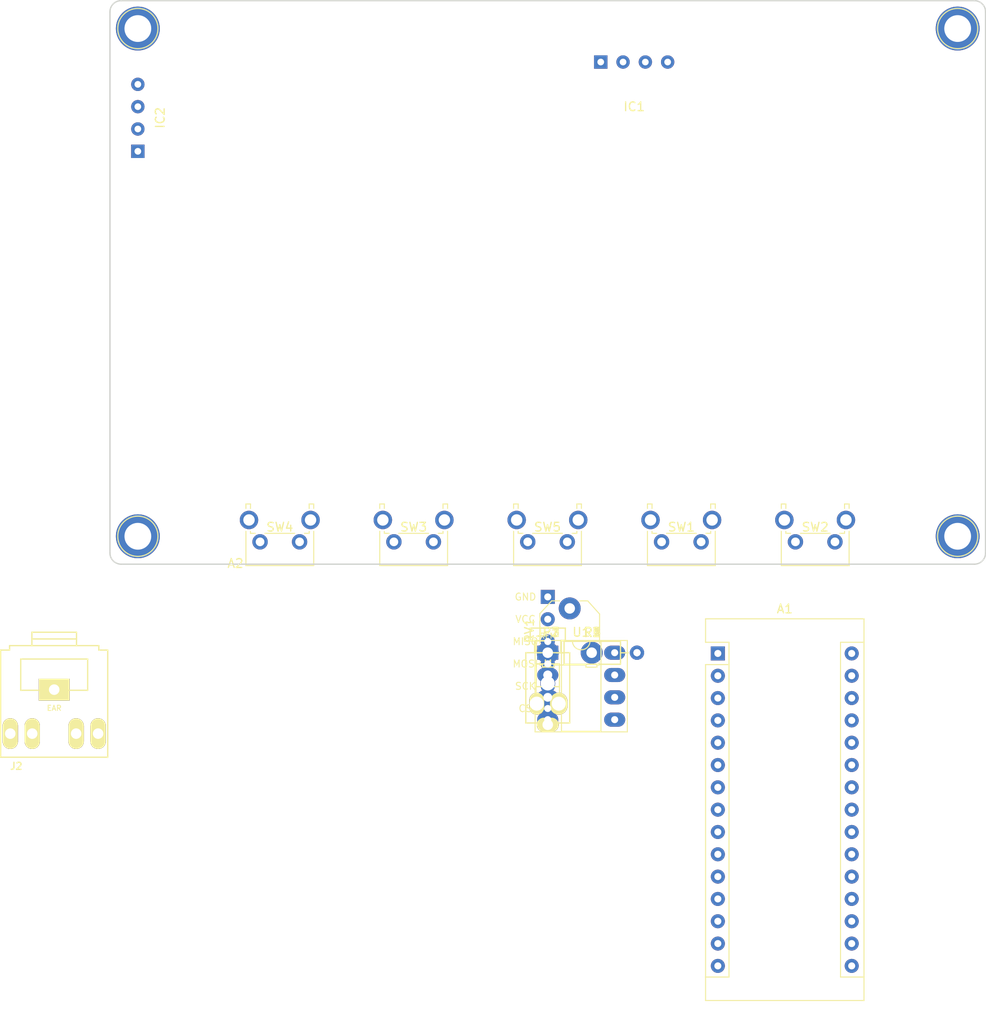
<source format=kicad_pcb>
(kicad_pcb (version 4) (host pcbnew 4.0.7)

  (general
    (links 44)
    (no_connects 43)
    (area 70.409999 78.029999 170.255001 142.315001)
    (thickness 1.6)
    (drawings 8)
    (tracks 0)
    (zones 0)
    (modules 25)
    (nets 23)
  )

  (page A4)
  (layers
    (0 F.Cu signal)
    (31 B.Cu signal)
    (32 B.Adhes user)
    (33 F.Adhes user)
    (34 B.Paste user)
    (35 F.Paste user)
    (36 B.SilkS user)
    (37 F.SilkS user)
    (38 B.Mask user)
    (39 F.Mask user)
    (40 Dwgs.User user)
    (41 Cmts.User user)
    (42 Eco1.User user)
    (43 Eco2.User user)
    (44 Edge.Cuts user)
    (45 Margin user)
    (46 B.CrtYd user)
    (47 F.CrtYd user)
    (48 B.Fab user)
    (49 F.Fab user)
  )

  (setup
    (last_trace_width 0.25)
    (trace_clearance 0.2)
    (zone_clearance 0.508)
    (zone_45_only no)
    (trace_min 0.2)
    (segment_width 0.2)
    (edge_width 0.15)
    (via_size 0.6)
    (via_drill 0.4)
    (via_min_size 0.4)
    (via_min_drill 0.3)
    (uvia_size 0.3)
    (uvia_drill 0.1)
    (uvias_allowed no)
    (uvia_min_size 0.2)
    (uvia_min_drill 0.1)
    (pcb_text_width 0.3)
    (pcb_text_size 1.5 1.5)
    (mod_edge_width 0.15)
    (mod_text_size 1 1)
    (mod_text_width 0.15)
    (pad_size 1.524 1.524)
    (pad_drill 0.762)
    (pad_to_mask_clearance 0.2)
    (aux_axis_origin 0 0)
    (visible_elements 7FFFFFFF)
    (pcbplotparams
      (layerselection 0x00030_80000001)
      (usegerberextensions false)
      (excludeedgelayer true)
      (linewidth 0.100000)
      (plotframeref false)
      (viasonmask false)
      (mode 1)
      (useauxorigin false)
      (hpglpennumber 1)
      (hpglpenspeed 20)
      (hpglpendiameter 15)
      (hpglpenoverlay 2)
      (psnegative false)
      (psa4output false)
      (plotreference true)
      (plotvalue true)
      (plotinvisibletext false)
      (padsonsilk false)
      (subtractmaskfromsilk false)
      (outputformat 1)
      (mirror false)
      (drillshape 1)
      (scaleselection 1)
      (outputdirectory ""))
  )

  (net 0 "")
  (net 1 /UP)
  (net 2 /DOWN)
  (net 3 /STOP)
  (net 4 /PLAY)
  (net 5 /ROOT)
  (net 6 GND)
  (net 7 +3V3)
  (net 8 /SDA)
  (net 9 /SCL)
  (net 10 +5V)
  (net 11 /SOUND)
  (net 12 "Net-(JP1-Pad2)")
  (net 13 "Net-(C1-Pad2)")
  (net 14 "Net-(C3-Pad1)")
  (net 15 "Net-(C4-Pad1)")
  (net 16 "Net-(RV1-Pad1)")
  (net 17 /REM)
  (net 18 /CS)
  (net 19 /MOSI)
  (net 20 /MISO)
  (net 21 /SCK)
  (net 22 "Net-(J2-Pad5)")

  (net_class Default "This is the default net class."
    (clearance 0.2)
    (trace_width 0.25)
    (via_dia 0.6)
    (via_drill 0.4)
    (uvia_dia 0.3)
    (uvia_drill 0.1)
    (add_net +3V3)
    (add_net +5V)
    (add_net /CS)
    (add_net /DOWN)
    (add_net /MISO)
    (add_net /MOSI)
    (add_net /PLAY)
    (add_net /REM)
    (add_net /ROOT)
    (add_net /SCK)
    (add_net /SCL)
    (add_net /SDA)
    (add_net /SOUND)
    (add_net /STOP)
    (add_net /UP)
    (add_net GND)
    (add_net "Net-(C1-Pad2)")
    (add_net "Net-(C3-Pad1)")
    (add_net "Net-(C4-Pad1)")
    (add_net "Net-(J2-Pad5)")
    (add_net "Net-(JP1-Pad2)")
    (add_net "Net-(RV1-Pad1)")
  )

  (module Modules:Arduino_Nano (layer F.Cu) (tedit 58ACAF70) (tstamp 5E3B67AE)
    (at 139.7 152.4)
    (descr "Arduino Nano, http://www.mouser.com/pdfdocs/Gravitech_Arduino_Nano3_0.pdf")
    (tags "Arduino Nano")
    (path /5E3B6403)
    (fp_text reference A1 (at 7.62 -5.08) (layer F.SilkS)
      (effects (font (size 1 1) (thickness 0.15)))
    )
    (fp_text value Arduino_Nano_v3.x (at 8.89 19.05 90) (layer F.Fab)
      (effects (font (size 1 1) (thickness 0.15)))
    )
    (fp_text user %R (at 6.35 19.05 90) (layer F.Fab)
      (effects (font (size 1 1) (thickness 0.15)))
    )
    (fp_line (start 1.27 1.27) (end 1.27 -1.27) (layer F.SilkS) (width 0.12))
    (fp_line (start 1.27 -1.27) (end -1.4 -1.27) (layer F.SilkS) (width 0.12))
    (fp_line (start -1.4 1.27) (end -1.4 39.5) (layer F.SilkS) (width 0.12))
    (fp_line (start -1.4 -3.94) (end -1.4 -1.27) (layer F.SilkS) (width 0.12))
    (fp_line (start 13.97 -1.27) (end 16.64 -1.27) (layer F.SilkS) (width 0.12))
    (fp_line (start 13.97 -1.27) (end 13.97 36.83) (layer F.SilkS) (width 0.12))
    (fp_line (start 13.97 36.83) (end 16.64 36.83) (layer F.SilkS) (width 0.12))
    (fp_line (start 1.27 1.27) (end -1.4 1.27) (layer F.SilkS) (width 0.12))
    (fp_line (start 1.27 1.27) (end 1.27 36.83) (layer F.SilkS) (width 0.12))
    (fp_line (start 1.27 36.83) (end -1.4 36.83) (layer F.SilkS) (width 0.12))
    (fp_line (start 3.81 31.75) (end 11.43 31.75) (layer F.Fab) (width 0.1))
    (fp_line (start 11.43 31.75) (end 11.43 41.91) (layer F.Fab) (width 0.1))
    (fp_line (start 11.43 41.91) (end 3.81 41.91) (layer F.Fab) (width 0.1))
    (fp_line (start 3.81 41.91) (end 3.81 31.75) (layer F.Fab) (width 0.1))
    (fp_line (start -1.4 39.5) (end 16.64 39.5) (layer F.SilkS) (width 0.12))
    (fp_line (start 16.64 39.5) (end 16.64 -3.94) (layer F.SilkS) (width 0.12))
    (fp_line (start 16.64 -3.94) (end -1.4 -3.94) (layer F.SilkS) (width 0.12))
    (fp_line (start 16.51 39.37) (end -1.27 39.37) (layer F.Fab) (width 0.1))
    (fp_line (start -1.27 39.37) (end -1.27 -2.54) (layer F.Fab) (width 0.1))
    (fp_line (start -1.27 -2.54) (end 0 -3.81) (layer F.Fab) (width 0.1))
    (fp_line (start 0 -3.81) (end 16.51 -3.81) (layer F.Fab) (width 0.1))
    (fp_line (start 16.51 -3.81) (end 16.51 39.37) (layer F.Fab) (width 0.1))
    (fp_line (start -1.53 -4.06) (end 16.75 -4.06) (layer F.CrtYd) (width 0.05))
    (fp_line (start -1.53 -4.06) (end -1.53 42.16) (layer F.CrtYd) (width 0.05))
    (fp_line (start 16.75 42.16) (end 16.75 -4.06) (layer F.CrtYd) (width 0.05))
    (fp_line (start 16.75 42.16) (end -1.53 42.16) (layer F.CrtYd) (width 0.05))
    (pad 1 thru_hole rect (at 0 0) (size 1.6 1.6) (drill 0.8) (layers *.Cu *.Mask))
    (pad 17 thru_hole oval (at 15.24 33.02) (size 1.6 1.6) (drill 0.8) (layers *.Cu *.Mask)
      (net 7 +3V3))
    (pad 2 thru_hole oval (at 0 2.54) (size 1.6 1.6) (drill 0.8) (layers *.Cu *.Mask))
    (pad 18 thru_hole oval (at 15.24 30.48) (size 1.6 1.6) (drill 0.8) (layers *.Cu *.Mask))
    (pad 3 thru_hole oval (at 0 5.08) (size 1.6 1.6) (drill 0.8) (layers *.Cu *.Mask))
    (pad 19 thru_hole oval (at 15.24 27.94) (size 1.6 1.6) (drill 0.8) (layers *.Cu *.Mask)
      (net 1 /UP))
    (pad 4 thru_hole oval (at 0 7.62) (size 1.6 1.6) (drill 0.8) (layers *.Cu *.Mask)
      (net 6 GND))
    (pad 20 thru_hole oval (at 15.24 25.4) (size 1.6 1.6) (drill 0.8) (layers *.Cu *.Mask)
      (net 2 /DOWN))
    (pad 5 thru_hole oval (at 0 10.16) (size 1.6 1.6) (drill 0.8) (layers *.Cu *.Mask))
    (pad 21 thru_hole oval (at 15.24 22.86) (size 1.6 1.6) (drill 0.8) (layers *.Cu *.Mask)
      (net 3 /STOP))
    (pad 6 thru_hole oval (at 0 12.7) (size 1.6 1.6) (drill 0.8) (layers *.Cu *.Mask))
    (pad 22 thru_hole oval (at 15.24 20.32) (size 1.6 1.6) (drill 0.8) (layers *.Cu *.Mask)
      (net 4 /PLAY))
    (pad 7 thru_hole oval (at 0 15.24) (size 1.6 1.6) (drill 0.8) (layers *.Cu *.Mask))
    (pad 23 thru_hole oval (at 15.24 17.78) (size 1.6 1.6) (drill 0.8) (layers *.Cu *.Mask)
      (net 8 /SDA))
    (pad 8 thru_hole oval (at 0 17.78) (size 1.6 1.6) (drill 0.8) (layers *.Cu *.Mask))
    (pad 24 thru_hole oval (at 15.24 15.24) (size 1.6 1.6) (drill 0.8) (layers *.Cu *.Mask)
      (net 9 /SCL))
    (pad 9 thru_hole oval (at 0 20.32) (size 1.6 1.6) (drill 0.8) (layers *.Cu *.Mask)
      (net 17 /REM))
    (pad 25 thru_hole oval (at 15.24 12.7) (size 1.6 1.6) (drill 0.8) (layers *.Cu *.Mask))
    (pad 10 thru_hole oval (at 0 22.86) (size 1.6 1.6) (drill 0.8) (layers *.Cu *.Mask)
      (net 5 /ROOT))
    (pad 26 thru_hole oval (at 15.24 10.16) (size 1.6 1.6) (drill 0.8) (layers *.Cu *.Mask))
    (pad 11 thru_hole oval (at 0 25.4) (size 1.6 1.6) (drill 0.8) (layers *.Cu *.Mask))
    (pad 27 thru_hole oval (at 15.24 7.62) (size 1.6 1.6) (drill 0.8) (layers *.Cu *.Mask)
      (net 10 +5V))
    (pad 12 thru_hole oval (at 0 27.94) (size 1.6 1.6) (drill 0.8) (layers *.Cu *.Mask)
      (net 11 /SOUND))
    (pad 28 thru_hole oval (at 15.24 5.08) (size 1.6 1.6) (drill 0.8) (layers *.Cu *.Mask))
    (pad 13 thru_hole oval (at 0 30.48) (size 1.6 1.6) (drill 0.8) (layers *.Cu *.Mask)
      (net 18 /CS))
    (pad 29 thru_hole oval (at 15.24 2.54) (size 1.6 1.6) (drill 0.8) (layers *.Cu *.Mask)
      (net 6 GND))
    (pad 14 thru_hole oval (at 0 33.02) (size 1.6 1.6) (drill 0.8) (layers *.Cu *.Mask)
      (net 19 /MOSI))
    (pad 30 thru_hole oval (at 15.24 0) (size 1.6 1.6) (drill 0.8) (layers *.Cu *.Mask))
    (pad 15 thru_hole oval (at 0 35.56) (size 1.6 1.6) (drill 0.8) (layers *.Cu *.Mask)
      (net 20 /MISO))
    (pad 16 thru_hole oval (at 15.24 35.56) (size 1.6 1.6) (drill 0.8) (layers *.Cu *.Mask)
      (net 21 /SCK))
  )

  (module Buttons_Switches_THT:SW_Tactile_SPST_Angled_PTS645Vx39-2LFS (layer F.Cu) (tedit 592CADEA) (tstamp 5E3B67B6)
    (at 137.795 139.7 180)
    (descr "tactile switch SPST right angle, PTS645VL39-2 LFS")
    (tags "tactile switch SPST angled PTS645VL39-2 LFS C&K Button")
    (path /5E3B6481)
    (fp_text reference SW1 (at 2.25 1.68 180) (layer F.SilkS)
      (effects (font (size 1 1) (thickness 0.15)))
    )
    (fp_text value UP (at 2.25 5.38988 180) (layer F.Fab)
      (effects (font (size 1 1) (thickness 0.15)))
    )
    (fp_line (start 0.5 -3.85) (end 0.5 -2.59) (layer F.Fab) (width 0.1))
    (fp_line (start 4 -3.85) (end 4 -2.59) (layer F.Fab) (width 0.1))
    (fp_line (start 0.5 -3.85) (end 4 -3.85) (layer F.Fab) (width 0.1))
    (fp_text user %R (at 2.25 1.68 180) (layer F.Fab)
      (effects (font (size 1 1) (thickness 0.15)))
    )
    (fp_line (start -1.09 0.97) (end -1.09 1.2) (layer F.SilkS) (width 0.12))
    (fp_line (start 5.7 4.2) (end 5.7 0.86) (layer F.Fab) (width 0.1))
    (fp_line (start -1.5 4.2) (end -1.2 4.2) (layer F.Fab) (width 0.1))
    (fp_line (start -1.2 0.86) (end 5.7 0.86) (layer F.Fab) (width 0.1))
    (fp_line (start 6 4.2) (end 6 -2.59) (layer F.Fab) (width 0.1))
    (fp_line (start -2.5 -2.8) (end 7.05 -2.8) (layer F.CrtYd) (width 0.05))
    (fp_line (start 7.05 -2.8) (end 7.05 4.45) (layer F.CrtYd) (width 0.05))
    (fp_line (start 7.05 4.45) (end -2.5 4.45) (layer F.CrtYd) (width 0.05))
    (fp_line (start -2.5 4.45) (end -2.5 -2.8) (layer F.CrtYd) (width 0.05))
    (fp_line (start -1.61 -2.7) (end 6.11 -2.7) (layer F.SilkS) (width 0.12))
    (fp_line (start 6.11 -2.7) (end 6.11 1.2) (layer F.SilkS) (width 0.12))
    (fp_line (start -1.61 4.31) (end -1.09 4.31) (layer F.SilkS) (width 0.12))
    (fp_line (start -1.61 -2.7) (end -1.61 1.2) (layer F.SilkS) (width 0.12))
    (fp_line (start -1.5 -2.59) (end 6 -2.59) (layer F.Fab) (width 0.1))
    (fp_line (start -1.5 4.2) (end -1.5 -2.59) (layer F.Fab) (width 0.1))
    (fp_line (start 5.7 4.2) (end 6 4.2) (layer F.Fab) (width 0.1))
    (fp_line (start -1.2 4.2) (end -1.2 0.86) (layer F.Fab) (width 0.1))
    (fp_line (start 5.59 0.97) (end 5.59 1.2) (layer F.SilkS) (width 0.12))
    (fp_line (start -1.09 3.8) (end -1.09 4.31) (layer F.SilkS) (width 0.12))
    (fp_line (start -1.61 3.8) (end -1.61 4.31) (layer F.SilkS) (width 0.12))
    (fp_line (start 5.05 0.97) (end 5.59 0.97) (layer F.SilkS) (width 0.12))
    (fp_line (start 5.59 3.8) (end 5.59 4.31) (layer F.SilkS) (width 0.12))
    (fp_line (start 5.59 4.31) (end 6.11 4.31) (layer F.SilkS) (width 0.12))
    (fp_line (start 6.11 3.8) (end 6.11 4.31) (layer F.SilkS) (width 0.12))
    (fp_line (start -1.09 0.97) (end -0.55 0.97) (layer F.SilkS) (width 0.12))
    (fp_line (start 0.55 0.97) (end 3.95 0.97) (layer F.SilkS) (width 0.12))
    (pad "" thru_hole circle (at 5.76 2.49 180) (size 2.1 2.1) (drill 1.3) (layers *.Cu *.Mask))
    (pad 2 thru_hole circle (at 4.5 0 180) (size 1.75 1.75) (drill 0.99) (layers *.Cu *.Mask)
      (net 6 GND))
    (pad 1 thru_hole circle (at 0 0 180) (size 1.75 1.75) (drill 0.99) (layers *.Cu *.Mask)
      (net 1 /UP))
    (pad "" thru_hole circle (at -1.25 2.49 180) (size 2.1 2.1) (drill 1.3) (layers *.Cu *.Mask))
    (model ${KISYS3DMOD}/Buttons_Switches_THT.3dshapes/SW_Tactile_SPST_Angled_PTS645Vx39-2LFS.wrl
      (at (xyz 0 0 0))
      (scale (xyz 1 1 1))
      (rotate (xyz 0 0 0))
    )
  )

  (module Buttons_Switches_THT:SW_Tactile_SPST_Angled_PTS645Vx39-2LFS (layer F.Cu) (tedit 592CADEA) (tstamp 5E3B67BE)
    (at 153.035 139.7 180)
    (descr "tactile switch SPST right angle, PTS645VL39-2 LFS")
    (tags "tactile switch SPST angled PTS645VL39-2 LFS C&K Button")
    (path /5E3B64CB)
    (fp_text reference SW2 (at 2.25 1.68 180) (layer F.SilkS)
      (effects (font (size 1 1) (thickness 0.15)))
    )
    (fp_text value DOWN (at 2.25 5.38988 180) (layer F.Fab)
      (effects (font (size 1 1) (thickness 0.15)))
    )
    (fp_line (start 0.5 -3.85) (end 0.5 -2.59) (layer F.Fab) (width 0.1))
    (fp_line (start 4 -3.85) (end 4 -2.59) (layer F.Fab) (width 0.1))
    (fp_line (start 0.5 -3.85) (end 4 -3.85) (layer F.Fab) (width 0.1))
    (fp_text user %R (at 2.25 1.68 180) (layer F.Fab)
      (effects (font (size 1 1) (thickness 0.15)))
    )
    (fp_line (start -1.09 0.97) (end -1.09 1.2) (layer F.SilkS) (width 0.12))
    (fp_line (start 5.7 4.2) (end 5.7 0.86) (layer F.Fab) (width 0.1))
    (fp_line (start -1.5 4.2) (end -1.2 4.2) (layer F.Fab) (width 0.1))
    (fp_line (start -1.2 0.86) (end 5.7 0.86) (layer F.Fab) (width 0.1))
    (fp_line (start 6 4.2) (end 6 -2.59) (layer F.Fab) (width 0.1))
    (fp_line (start -2.5 -2.8) (end 7.05 -2.8) (layer F.CrtYd) (width 0.05))
    (fp_line (start 7.05 -2.8) (end 7.05 4.45) (layer F.CrtYd) (width 0.05))
    (fp_line (start 7.05 4.45) (end -2.5 4.45) (layer F.CrtYd) (width 0.05))
    (fp_line (start -2.5 4.45) (end -2.5 -2.8) (layer F.CrtYd) (width 0.05))
    (fp_line (start -1.61 -2.7) (end 6.11 -2.7) (layer F.SilkS) (width 0.12))
    (fp_line (start 6.11 -2.7) (end 6.11 1.2) (layer F.SilkS) (width 0.12))
    (fp_line (start -1.61 4.31) (end -1.09 4.31) (layer F.SilkS) (width 0.12))
    (fp_line (start -1.61 -2.7) (end -1.61 1.2) (layer F.SilkS) (width 0.12))
    (fp_line (start -1.5 -2.59) (end 6 -2.59) (layer F.Fab) (width 0.1))
    (fp_line (start -1.5 4.2) (end -1.5 -2.59) (layer F.Fab) (width 0.1))
    (fp_line (start 5.7 4.2) (end 6 4.2) (layer F.Fab) (width 0.1))
    (fp_line (start -1.2 4.2) (end -1.2 0.86) (layer F.Fab) (width 0.1))
    (fp_line (start 5.59 0.97) (end 5.59 1.2) (layer F.SilkS) (width 0.12))
    (fp_line (start -1.09 3.8) (end -1.09 4.31) (layer F.SilkS) (width 0.12))
    (fp_line (start -1.61 3.8) (end -1.61 4.31) (layer F.SilkS) (width 0.12))
    (fp_line (start 5.05 0.97) (end 5.59 0.97) (layer F.SilkS) (width 0.12))
    (fp_line (start 5.59 3.8) (end 5.59 4.31) (layer F.SilkS) (width 0.12))
    (fp_line (start 5.59 4.31) (end 6.11 4.31) (layer F.SilkS) (width 0.12))
    (fp_line (start 6.11 3.8) (end 6.11 4.31) (layer F.SilkS) (width 0.12))
    (fp_line (start -1.09 0.97) (end -0.55 0.97) (layer F.SilkS) (width 0.12))
    (fp_line (start 0.55 0.97) (end 3.95 0.97) (layer F.SilkS) (width 0.12))
    (pad "" thru_hole circle (at 5.76 2.49 180) (size 2.1 2.1) (drill 1.3) (layers *.Cu *.Mask))
    (pad 2 thru_hole circle (at 4.5 0 180) (size 1.75 1.75) (drill 0.99) (layers *.Cu *.Mask)
      (net 6 GND))
    (pad 1 thru_hole circle (at 0 0 180) (size 1.75 1.75) (drill 0.99) (layers *.Cu *.Mask)
      (net 2 /DOWN))
    (pad "" thru_hole circle (at -1.25 2.49 180) (size 2.1 2.1) (drill 1.3) (layers *.Cu *.Mask))
    (model ${KISYS3DMOD}/Buttons_Switches_THT.3dshapes/SW_Tactile_SPST_Angled_PTS645Vx39-2LFS.wrl
      (at (xyz 0 0 0))
      (scale (xyz 1 1 1))
      (rotate (xyz 0 0 0))
    )
  )

  (module Buttons_Switches_THT:SW_Tactile_SPST_Angled_PTS645Vx39-2LFS (layer F.Cu) (tedit 592CADEA) (tstamp 5E3B67C6)
    (at 107.315 139.7 180)
    (descr "tactile switch SPST right angle, PTS645VL39-2 LFS")
    (tags "tactile switch SPST angled PTS645VL39-2 LFS C&K Button")
    (path /5E3B64F8)
    (fp_text reference SW3 (at 2.25 1.68 180) (layer F.SilkS)
      (effects (font (size 1 1) (thickness 0.15)))
    )
    (fp_text value STOP (at 2.25 5.38988 180) (layer F.Fab)
      (effects (font (size 1 1) (thickness 0.15)))
    )
    (fp_line (start 0.5 -3.85) (end 0.5 -2.59) (layer F.Fab) (width 0.1))
    (fp_line (start 4 -3.85) (end 4 -2.59) (layer F.Fab) (width 0.1))
    (fp_line (start 0.5 -3.85) (end 4 -3.85) (layer F.Fab) (width 0.1))
    (fp_text user %R (at 2.25 1.68 180) (layer F.Fab)
      (effects (font (size 1 1) (thickness 0.15)))
    )
    (fp_line (start -1.09 0.97) (end -1.09 1.2) (layer F.SilkS) (width 0.12))
    (fp_line (start 5.7 4.2) (end 5.7 0.86) (layer F.Fab) (width 0.1))
    (fp_line (start -1.5 4.2) (end -1.2 4.2) (layer F.Fab) (width 0.1))
    (fp_line (start -1.2 0.86) (end 5.7 0.86) (layer F.Fab) (width 0.1))
    (fp_line (start 6 4.2) (end 6 -2.59) (layer F.Fab) (width 0.1))
    (fp_line (start -2.5 -2.8) (end 7.05 -2.8) (layer F.CrtYd) (width 0.05))
    (fp_line (start 7.05 -2.8) (end 7.05 4.45) (layer F.CrtYd) (width 0.05))
    (fp_line (start 7.05 4.45) (end -2.5 4.45) (layer F.CrtYd) (width 0.05))
    (fp_line (start -2.5 4.45) (end -2.5 -2.8) (layer F.CrtYd) (width 0.05))
    (fp_line (start -1.61 -2.7) (end 6.11 -2.7) (layer F.SilkS) (width 0.12))
    (fp_line (start 6.11 -2.7) (end 6.11 1.2) (layer F.SilkS) (width 0.12))
    (fp_line (start -1.61 4.31) (end -1.09 4.31) (layer F.SilkS) (width 0.12))
    (fp_line (start -1.61 -2.7) (end -1.61 1.2) (layer F.SilkS) (width 0.12))
    (fp_line (start -1.5 -2.59) (end 6 -2.59) (layer F.Fab) (width 0.1))
    (fp_line (start -1.5 4.2) (end -1.5 -2.59) (layer F.Fab) (width 0.1))
    (fp_line (start 5.7 4.2) (end 6 4.2) (layer F.Fab) (width 0.1))
    (fp_line (start -1.2 4.2) (end -1.2 0.86) (layer F.Fab) (width 0.1))
    (fp_line (start 5.59 0.97) (end 5.59 1.2) (layer F.SilkS) (width 0.12))
    (fp_line (start -1.09 3.8) (end -1.09 4.31) (layer F.SilkS) (width 0.12))
    (fp_line (start -1.61 3.8) (end -1.61 4.31) (layer F.SilkS) (width 0.12))
    (fp_line (start 5.05 0.97) (end 5.59 0.97) (layer F.SilkS) (width 0.12))
    (fp_line (start 5.59 3.8) (end 5.59 4.31) (layer F.SilkS) (width 0.12))
    (fp_line (start 5.59 4.31) (end 6.11 4.31) (layer F.SilkS) (width 0.12))
    (fp_line (start 6.11 3.8) (end 6.11 4.31) (layer F.SilkS) (width 0.12))
    (fp_line (start -1.09 0.97) (end -0.55 0.97) (layer F.SilkS) (width 0.12))
    (fp_line (start 0.55 0.97) (end 3.95 0.97) (layer F.SilkS) (width 0.12))
    (pad "" thru_hole circle (at 5.76 2.49 180) (size 2.1 2.1) (drill 1.3) (layers *.Cu *.Mask))
    (pad 2 thru_hole circle (at 4.5 0 180) (size 1.75 1.75) (drill 0.99) (layers *.Cu *.Mask)
      (net 6 GND))
    (pad 1 thru_hole circle (at 0 0 180) (size 1.75 1.75) (drill 0.99) (layers *.Cu *.Mask)
      (net 3 /STOP))
    (pad "" thru_hole circle (at -1.25 2.49 180) (size 2.1 2.1) (drill 1.3) (layers *.Cu *.Mask))
    (model ${KISYS3DMOD}/Buttons_Switches_THT.3dshapes/SW_Tactile_SPST_Angled_PTS645Vx39-2LFS.wrl
      (at (xyz 0 0 0))
      (scale (xyz 1 1 1))
      (rotate (xyz 0 0 0))
    )
  )

  (module Buttons_Switches_THT:SW_Tactile_SPST_Angled_PTS645Vx39-2LFS (layer F.Cu) (tedit 592CADEA) (tstamp 5E3B67CE)
    (at 92.075 139.7 180)
    (descr "tactile switch SPST right angle, PTS645VL39-2 LFS")
    (tags "tactile switch SPST angled PTS645VL39-2 LFS C&K Button")
    (path /5E3B6550)
    (fp_text reference SW4 (at 2.25 1.68 180) (layer F.SilkS)
      (effects (font (size 1 1) (thickness 0.15)))
    )
    (fp_text value PLAY (at 2.25 5.38988 180) (layer F.Fab)
      (effects (font (size 1 1) (thickness 0.15)))
    )
    (fp_line (start 0.5 -3.85) (end 0.5 -2.59) (layer F.Fab) (width 0.1))
    (fp_line (start 4 -3.85) (end 4 -2.59) (layer F.Fab) (width 0.1))
    (fp_line (start 0.5 -3.85) (end 4 -3.85) (layer F.Fab) (width 0.1))
    (fp_text user %R (at 2.25 1.68 180) (layer F.Fab)
      (effects (font (size 1 1) (thickness 0.15)))
    )
    (fp_line (start -1.09 0.97) (end -1.09 1.2) (layer F.SilkS) (width 0.12))
    (fp_line (start 5.7 4.2) (end 5.7 0.86) (layer F.Fab) (width 0.1))
    (fp_line (start -1.5 4.2) (end -1.2 4.2) (layer F.Fab) (width 0.1))
    (fp_line (start -1.2 0.86) (end 5.7 0.86) (layer F.Fab) (width 0.1))
    (fp_line (start 6 4.2) (end 6 -2.59) (layer F.Fab) (width 0.1))
    (fp_line (start -2.5 -2.8) (end 7.05 -2.8) (layer F.CrtYd) (width 0.05))
    (fp_line (start 7.05 -2.8) (end 7.05 4.45) (layer F.CrtYd) (width 0.05))
    (fp_line (start 7.05 4.45) (end -2.5 4.45) (layer F.CrtYd) (width 0.05))
    (fp_line (start -2.5 4.45) (end -2.5 -2.8) (layer F.CrtYd) (width 0.05))
    (fp_line (start -1.61 -2.7) (end 6.11 -2.7) (layer F.SilkS) (width 0.12))
    (fp_line (start 6.11 -2.7) (end 6.11 1.2) (layer F.SilkS) (width 0.12))
    (fp_line (start -1.61 4.31) (end -1.09 4.31) (layer F.SilkS) (width 0.12))
    (fp_line (start -1.61 -2.7) (end -1.61 1.2) (layer F.SilkS) (width 0.12))
    (fp_line (start -1.5 -2.59) (end 6 -2.59) (layer F.Fab) (width 0.1))
    (fp_line (start -1.5 4.2) (end -1.5 -2.59) (layer F.Fab) (width 0.1))
    (fp_line (start 5.7 4.2) (end 6 4.2) (layer F.Fab) (width 0.1))
    (fp_line (start -1.2 4.2) (end -1.2 0.86) (layer F.Fab) (width 0.1))
    (fp_line (start 5.59 0.97) (end 5.59 1.2) (layer F.SilkS) (width 0.12))
    (fp_line (start -1.09 3.8) (end -1.09 4.31) (layer F.SilkS) (width 0.12))
    (fp_line (start -1.61 3.8) (end -1.61 4.31) (layer F.SilkS) (width 0.12))
    (fp_line (start 5.05 0.97) (end 5.59 0.97) (layer F.SilkS) (width 0.12))
    (fp_line (start 5.59 3.8) (end 5.59 4.31) (layer F.SilkS) (width 0.12))
    (fp_line (start 5.59 4.31) (end 6.11 4.31) (layer F.SilkS) (width 0.12))
    (fp_line (start 6.11 3.8) (end 6.11 4.31) (layer F.SilkS) (width 0.12))
    (fp_line (start -1.09 0.97) (end -0.55 0.97) (layer F.SilkS) (width 0.12))
    (fp_line (start 0.55 0.97) (end 3.95 0.97) (layer F.SilkS) (width 0.12))
    (pad "" thru_hole circle (at 5.76 2.49 180) (size 2.1 2.1) (drill 1.3) (layers *.Cu *.Mask))
    (pad 2 thru_hole circle (at 4.5 0 180) (size 1.75 1.75) (drill 0.99) (layers *.Cu *.Mask)
      (net 6 GND))
    (pad 1 thru_hole circle (at 0 0 180) (size 1.75 1.75) (drill 0.99) (layers *.Cu *.Mask)
      (net 4 /PLAY))
    (pad "" thru_hole circle (at -1.25 2.49 180) (size 2.1 2.1) (drill 1.3) (layers *.Cu *.Mask))
    (model ${KISYS3DMOD}/Buttons_Switches_THT.3dshapes/SW_Tactile_SPST_Angled_PTS645Vx39-2LFS.wrl
      (at (xyz 0 0 0))
      (scale (xyz 1 1 1))
      (rotate (xyz 0 0 0))
    )
  )

  (module Buttons_Switches_THT:SW_Tactile_SPST_Angled_PTS645Vx39-2LFS (layer F.Cu) (tedit 592CADEA) (tstamp 5E3B67D6)
    (at 122.555 139.7 180)
    (descr "tactile switch SPST right angle, PTS645VL39-2 LFS")
    (tags "tactile switch SPST angled PTS645VL39-2 LFS C&K Button")
    (path /5E3B65A5)
    (fp_text reference SW5 (at 2.25 1.68 180) (layer F.SilkS)
      (effects (font (size 1 1) (thickness 0.15)))
    )
    (fp_text value ROOT (at 2.25 5.38988 180) (layer F.Fab)
      (effects (font (size 1 1) (thickness 0.15)))
    )
    (fp_line (start 0.5 -3.85) (end 0.5 -2.59) (layer F.Fab) (width 0.1))
    (fp_line (start 4 -3.85) (end 4 -2.59) (layer F.Fab) (width 0.1))
    (fp_line (start 0.5 -3.85) (end 4 -3.85) (layer F.Fab) (width 0.1))
    (fp_text user %R (at 2.25 1.68 180) (layer F.Fab)
      (effects (font (size 1 1) (thickness 0.15)))
    )
    (fp_line (start -1.09 0.97) (end -1.09 1.2) (layer F.SilkS) (width 0.12))
    (fp_line (start 5.7 4.2) (end 5.7 0.86) (layer F.Fab) (width 0.1))
    (fp_line (start -1.5 4.2) (end -1.2 4.2) (layer F.Fab) (width 0.1))
    (fp_line (start -1.2 0.86) (end 5.7 0.86) (layer F.Fab) (width 0.1))
    (fp_line (start 6 4.2) (end 6 -2.59) (layer F.Fab) (width 0.1))
    (fp_line (start -2.5 -2.8) (end 7.05 -2.8) (layer F.CrtYd) (width 0.05))
    (fp_line (start 7.05 -2.8) (end 7.05 4.45) (layer F.CrtYd) (width 0.05))
    (fp_line (start 7.05 4.45) (end -2.5 4.45) (layer F.CrtYd) (width 0.05))
    (fp_line (start -2.5 4.45) (end -2.5 -2.8) (layer F.CrtYd) (width 0.05))
    (fp_line (start -1.61 -2.7) (end 6.11 -2.7) (layer F.SilkS) (width 0.12))
    (fp_line (start 6.11 -2.7) (end 6.11 1.2) (layer F.SilkS) (width 0.12))
    (fp_line (start -1.61 4.31) (end -1.09 4.31) (layer F.SilkS) (width 0.12))
    (fp_line (start -1.61 -2.7) (end -1.61 1.2) (layer F.SilkS) (width 0.12))
    (fp_line (start -1.5 -2.59) (end 6 -2.59) (layer F.Fab) (width 0.1))
    (fp_line (start -1.5 4.2) (end -1.5 -2.59) (layer F.Fab) (width 0.1))
    (fp_line (start 5.7 4.2) (end 6 4.2) (layer F.Fab) (width 0.1))
    (fp_line (start -1.2 4.2) (end -1.2 0.86) (layer F.Fab) (width 0.1))
    (fp_line (start 5.59 0.97) (end 5.59 1.2) (layer F.SilkS) (width 0.12))
    (fp_line (start -1.09 3.8) (end -1.09 4.31) (layer F.SilkS) (width 0.12))
    (fp_line (start -1.61 3.8) (end -1.61 4.31) (layer F.SilkS) (width 0.12))
    (fp_line (start 5.05 0.97) (end 5.59 0.97) (layer F.SilkS) (width 0.12))
    (fp_line (start 5.59 3.8) (end 5.59 4.31) (layer F.SilkS) (width 0.12))
    (fp_line (start 5.59 4.31) (end 6.11 4.31) (layer F.SilkS) (width 0.12))
    (fp_line (start 6.11 3.8) (end 6.11 4.31) (layer F.SilkS) (width 0.12))
    (fp_line (start -1.09 0.97) (end -0.55 0.97) (layer F.SilkS) (width 0.12))
    (fp_line (start 0.55 0.97) (end 3.95 0.97) (layer F.SilkS) (width 0.12))
    (pad "" thru_hole circle (at 5.76 2.49 180) (size 2.1 2.1) (drill 1.3) (layers *.Cu *.Mask))
    (pad 2 thru_hole circle (at 4.5 0 180) (size 1.75 1.75) (drill 0.99) (layers *.Cu *.Mask)
      (net 6 GND))
    (pad 1 thru_hole circle (at 0 0 180) (size 1.75 1.75) (drill 0.99) (layers *.Cu *.Mask)
      (net 5 /ROOT))
    (pad "" thru_hole circle (at -1.25 2.49 180) (size 2.1 2.1) (drill 1.3) (layers *.Cu *.Mask))
    (model ${KISYS3DMOD}/Buttons_Switches_THT.3dshapes/SW_Tactile_SPST_Angled_PTS645Vx39-2LFS.wrl
      (at (xyz 0 0 0))
      (scale (xyz 1 1 1))
      (rotate (xyz 0 0 0))
    )
  )

  (module mounting:M3 (layer F.Cu) (tedit 5D61810C) (tstamp 5E3B69D4)
    (at 73.66 139.065)
    (descr "module 1 pin (ou trou mecanique de percage)")
    (tags DEV)
    (path /5E3B603D)
    (fp_text reference M1 (at 0 -3.048) (layer F.Fab) hide
      (effects (font (size 1 1) (thickness 0.15)))
    )
    (fp_text value Mounting (at 0 3) (layer F.Fab) hide
      (effects (font (size 1 1) (thickness 0.15)))
    )
    (fp_circle (center 0 0) (end 2 0.8) (layer F.Fab) (width 0.1))
    (fp_circle (center 0 0) (end 2.6 0) (layer F.CrtYd) (width 0.05))
    (fp_circle (center 0 0) (end 0 -2.286) (layer F.SilkS) (width 0.12))
    (pad 1 thru_hole circle (at 0 0) (size 5 5) (drill 3.048) (layers *.Cu *.Mask))
  )

  (module mounting:M3 (layer F.Cu) (tedit 5D61810C) (tstamp 5E3B69D8)
    (at 167.005 139.065)
    (descr "module 1 pin (ou trou mecanique de percage)")
    (tags DEV)
    (path /5E3B604F)
    (fp_text reference M2 (at 0 -3.048) (layer F.Fab) hide
      (effects (font (size 1 1) (thickness 0.15)))
    )
    (fp_text value Mounting (at 0 3) (layer F.Fab) hide
      (effects (font (size 1 1) (thickness 0.15)))
    )
    (fp_circle (center 0 0) (end 2 0.8) (layer F.Fab) (width 0.1))
    (fp_circle (center 0 0) (end 2.6 0) (layer F.CrtYd) (width 0.05))
    (fp_circle (center 0 0) (end 0 -2.286) (layer F.SilkS) (width 0.12))
    (pad 1 thru_hole circle (at 0 0) (size 5 5) (drill 3.048) (layers *.Cu *.Mask))
  )

  (module mounting:M3 (layer F.Cu) (tedit 5D61810C) (tstamp 5E3B69DC)
    (at 167.005 81.28)
    (descr "module 1 pin (ou trou mecanique de percage)")
    (tags DEV)
    (path /5E3B605A)
    (fp_text reference M3 (at 0 -3.048) (layer F.Fab) hide
      (effects (font (size 1 1) (thickness 0.15)))
    )
    (fp_text value Mounting (at 0 3) (layer F.Fab) hide
      (effects (font (size 1 1) (thickness 0.15)))
    )
    (fp_circle (center 0 0) (end 2 0.8) (layer F.Fab) (width 0.1))
    (fp_circle (center 0 0) (end 2.6 0) (layer F.CrtYd) (width 0.05))
    (fp_circle (center 0 0) (end 0 -2.286) (layer F.SilkS) (width 0.12))
    (pad 1 thru_hole circle (at 0 0) (size 5 5) (drill 3.048) (layers *.Cu *.Mask))
  )

  (module mounting:M3 (layer F.Cu) (tedit 5D61810C) (tstamp 5E3B69E0)
    (at 73.66 81.28)
    (descr "module 1 pin (ou trou mecanique de percage)")
    (tags DEV)
    (path /5E3B6065)
    (fp_text reference M4 (at 0 -3.048) (layer F.Fab) hide
      (effects (font (size 1 1) (thickness 0.15)))
    )
    (fp_text value Mounting (at 0 3) (layer F.Fab) hide
      (effects (font (size 1 1) (thickness 0.15)))
    )
    (fp_circle (center 0 0) (end 2 0.8) (layer F.Fab) (width 0.1))
    (fp_circle (center 0 0) (end 2.6 0) (layer F.CrtYd) (width 0.05))
    (fp_circle (center 0 0) (end 0 -2.286) (layer F.SilkS) (width 0.12))
    (pad 1 thru_hole circle (at 0 0) (size 5 5) (drill 3.048) (layers *.Cu *.Mask))
  )

  (module Pin_Headers:Pin_Header_Straight_1x02_Pitch2.54mm (layer F.Cu) (tedit 59650532) (tstamp 5E3C3301)
    (at 120.3325 152.315001)
    (descr "Through hole straight pin header, 1x02, 2.54mm pitch, single row")
    (tags "Through hole pin header THT 1x02 2.54mm single row")
    (path /5E3CC956)
    (fp_text reference JP1 (at 0 -2.33) (layer F.SilkS)
      (effects (font (size 1 1) (thickness 0.15)))
    )
    (fp_text value GAIN (at 0 4.87) (layer F.Fab)
      (effects (font (size 1 1) (thickness 0.15)))
    )
    (fp_line (start -0.635 -1.27) (end 1.27 -1.27) (layer F.Fab) (width 0.1))
    (fp_line (start 1.27 -1.27) (end 1.27 3.81) (layer F.Fab) (width 0.1))
    (fp_line (start 1.27 3.81) (end -1.27 3.81) (layer F.Fab) (width 0.1))
    (fp_line (start -1.27 3.81) (end -1.27 -0.635) (layer F.Fab) (width 0.1))
    (fp_line (start -1.27 -0.635) (end -0.635 -1.27) (layer F.Fab) (width 0.1))
    (fp_line (start -1.33 3.87) (end 1.33 3.87) (layer F.SilkS) (width 0.12))
    (fp_line (start -1.33 1.27) (end -1.33 3.87) (layer F.SilkS) (width 0.12))
    (fp_line (start 1.33 1.27) (end 1.33 3.87) (layer F.SilkS) (width 0.12))
    (fp_line (start -1.33 1.27) (end 1.33 1.27) (layer F.SilkS) (width 0.12))
    (fp_line (start -1.33 0) (end -1.33 -1.33) (layer F.SilkS) (width 0.12))
    (fp_line (start -1.33 -1.33) (end 0 -1.33) (layer F.SilkS) (width 0.12))
    (fp_line (start -1.8 -1.8) (end -1.8 4.35) (layer F.CrtYd) (width 0.05))
    (fp_line (start -1.8 4.35) (end 1.8 4.35) (layer F.CrtYd) (width 0.05))
    (fp_line (start 1.8 4.35) (end 1.8 -1.8) (layer F.CrtYd) (width 0.05))
    (fp_line (start 1.8 -1.8) (end -1.8 -1.8) (layer F.CrtYd) (width 0.05))
    (fp_text user %R (at 0 1.27 90) (layer F.Fab)
      (effects (font (size 1 1) (thickness 0.15)))
    )
    (pad 1 thru_hole rect (at 0 0) (size 1.7 1.7) (drill 1) (layers *.Cu *.Mask))
    (pad 2 thru_hole oval (at 0 2.54) (size 1.7 1.7) (drill 1) (layers *.Cu *.Mask)
      (net 12 "Net-(JP1-Pad2)"))
    (model ${KISYS3DMOD}/Pin_Headers.3dshapes/Pin_Header_Straight_1x02_Pitch2.54mm.wrl
      (at (xyz 0 0 0))
      (scale (xyz 1 1 1))
      (rotate (xyz 0 0 0))
    )
  )

  (module Pin_Headers:Pin_Header_Straight_1x02_Pitch2.54mm (layer F.Cu) (tedit 59650532) (tstamp 5E3C3307)
    (at 120.3325 152.315001)
    (descr "Through hole straight pin header, 1x02, 2.54mm pitch, single row")
    (tags "Through hole pin header THT 1x02 2.54mm single row")
    (path /5E3CAB3D)
    (fp_text reference JP2 (at 0 -2.33) (layer F.SilkS)
      (effects (font (size 1 1) (thickness 0.15)))
    )
    (fp_text value NO_FILTER (at 0 4.87) (layer F.Fab)
      (effects (font (size 1 1) (thickness 0.15)))
    )
    (fp_line (start -0.635 -1.27) (end 1.27 -1.27) (layer F.Fab) (width 0.1))
    (fp_line (start 1.27 -1.27) (end 1.27 3.81) (layer F.Fab) (width 0.1))
    (fp_line (start 1.27 3.81) (end -1.27 3.81) (layer F.Fab) (width 0.1))
    (fp_line (start -1.27 3.81) (end -1.27 -0.635) (layer F.Fab) (width 0.1))
    (fp_line (start -1.27 -0.635) (end -0.635 -1.27) (layer F.Fab) (width 0.1))
    (fp_line (start -1.33 3.87) (end 1.33 3.87) (layer F.SilkS) (width 0.12))
    (fp_line (start -1.33 1.27) (end -1.33 3.87) (layer F.SilkS) (width 0.12))
    (fp_line (start 1.33 1.27) (end 1.33 3.87) (layer F.SilkS) (width 0.12))
    (fp_line (start -1.33 1.27) (end 1.33 1.27) (layer F.SilkS) (width 0.12))
    (fp_line (start -1.33 0) (end -1.33 -1.33) (layer F.SilkS) (width 0.12))
    (fp_line (start -1.33 -1.33) (end 0 -1.33) (layer F.SilkS) (width 0.12))
    (fp_line (start -1.8 -1.8) (end -1.8 4.35) (layer F.CrtYd) (width 0.05))
    (fp_line (start -1.8 4.35) (end 1.8 4.35) (layer F.CrtYd) (width 0.05))
    (fp_line (start 1.8 4.35) (end 1.8 -1.8) (layer F.CrtYd) (width 0.05))
    (fp_line (start 1.8 -1.8) (end -1.8 -1.8) (layer F.CrtYd) (width 0.05))
    (fp_text user %R (at 0 1.27 90) (layer F.Fab)
      (effects (font (size 1 1) (thickness 0.15)))
    )
    (pad 1 thru_hole rect (at 0 0) (size 1.7 1.7) (drill 1) (layers *.Cu *.Mask)
      (net 13 "Net-(C1-Pad2)"))
    (pad 2 thru_hole oval (at 0 2.54) (size 1.7 1.7) (drill 1) (layers *.Cu *.Mask)
      (net 11 /SOUND))
    (model ${KISYS3DMOD}/Pin_Headers.3dshapes/Pin_Header_Straight_1x02_Pitch2.54mm.wrl
      (at (xyz 0 0 0))
      (scale (xyz 1 1 1))
      (rotate (xyz 0 0 0))
    )
  )

  (module Pin_Headers:Pin_Header_Straight_1x03_Pitch2.54mm (layer F.Cu) (tedit 59650532) (tstamp 5E3C330E)
    (at 120.3325 152.315001)
    (descr "Through hole straight pin header, 1x03, 2.54mm pitch, single row")
    (tags "Through hole pin header THT 1x03 2.54mm single row")
    (path /5E3D8BB4)
    (fp_text reference JP3 (at 0 -2.33) (layer F.SilkS)
      (effects (font (size 1 1) (thickness 0.15)))
    )
    (fp_text value AMPLIFY (at 0 7.41) (layer F.Fab)
      (effects (font (size 1 1) (thickness 0.15)))
    )
    (fp_line (start -0.635 -1.27) (end 1.27 -1.27) (layer F.Fab) (width 0.1))
    (fp_line (start 1.27 -1.27) (end 1.27 6.35) (layer F.Fab) (width 0.1))
    (fp_line (start 1.27 6.35) (end -1.27 6.35) (layer F.Fab) (width 0.1))
    (fp_line (start -1.27 6.35) (end -1.27 -0.635) (layer F.Fab) (width 0.1))
    (fp_line (start -1.27 -0.635) (end -0.635 -1.27) (layer F.Fab) (width 0.1))
    (fp_line (start -1.33 6.41) (end 1.33 6.41) (layer F.SilkS) (width 0.12))
    (fp_line (start -1.33 1.27) (end -1.33 6.41) (layer F.SilkS) (width 0.12))
    (fp_line (start 1.33 1.27) (end 1.33 6.41) (layer F.SilkS) (width 0.12))
    (fp_line (start -1.33 1.27) (end 1.33 1.27) (layer F.SilkS) (width 0.12))
    (fp_line (start -1.33 0) (end -1.33 -1.33) (layer F.SilkS) (width 0.12))
    (fp_line (start -1.33 -1.33) (end 0 -1.33) (layer F.SilkS) (width 0.12))
    (fp_line (start -1.8 -1.8) (end -1.8 6.85) (layer F.CrtYd) (width 0.05))
    (fp_line (start -1.8 6.85) (end 1.8 6.85) (layer F.CrtYd) (width 0.05))
    (fp_line (start 1.8 6.85) (end 1.8 -1.8) (layer F.CrtYd) (width 0.05))
    (fp_line (start 1.8 -1.8) (end -1.8 -1.8) (layer F.CrtYd) (width 0.05))
    (fp_text user %R (at 0 2.54 90) (layer F.Fab)
      (effects (font (size 1 1) (thickness 0.15)))
    )
    (pad 1 thru_hole rect (at 0 0) (size 1.7 1.7) (drill 1) (layers *.Cu *.Mask))
    (pad 2 thru_hole oval (at 0 2.54) (size 1.7 1.7) (drill 1) (layers *.Cu *.Mask)
      (net 22 "Net-(J2-Pad5)"))
    (pad 3 thru_hole oval (at 0 5.08) (size 1.7 1.7) (drill 1) (layers *.Cu *.Mask)
      (net 11 /SOUND))
    (model ${KISYS3DMOD}/Pin_Headers.3dshapes/Pin_Header_Straight_1x03_Pitch2.54mm.wrl
      (at (xyz 0 0 0))
      (scale (xyz 1 1 1))
      (rotate (xyz 0 0 0))
    )
  )

  (module Resistors_THT:R_Axial_DIN0207_L6.3mm_D2.5mm_P10.16mm_Horizontal (layer F.Cu) (tedit 5874F706) (tstamp 5E3C3314)
    (at 120.3325 152.315001)
    (descr "Resistor, Axial_DIN0207 series, Axial, Horizontal, pin pitch=10.16mm, 0.25W = 1/4W, length*diameter=6.3*2.5mm^2, http://cdn-reichelt.de/documents/datenblatt/B400/1_4W%23YAG.pdf")
    (tags "Resistor Axial_DIN0207 series Axial Horizontal pin pitch 10.16mm 0.25W = 1/4W length 6.3mm diameter 2.5mm")
    (path /5E3C6E95)
    (fp_text reference R1 (at 5.08 -2.31) (layer F.SilkS)
      (effects (font (size 1 1) (thickness 0.15)))
    )
    (fp_text value 4k7 (at 5.08 2.31) (layer F.Fab)
      (effects (font (size 1 1) (thickness 0.15)))
    )
    (fp_line (start 1.93 -1.25) (end 1.93 1.25) (layer F.Fab) (width 0.1))
    (fp_line (start 1.93 1.25) (end 8.23 1.25) (layer F.Fab) (width 0.1))
    (fp_line (start 8.23 1.25) (end 8.23 -1.25) (layer F.Fab) (width 0.1))
    (fp_line (start 8.23 -1.25) (end 1.93 -1.25) (layer F.Fab) (width 0.1))
    (fp_line (start 0 0) (end 1.93 0) (layer F.Fab) (width 0.1))
    (fp_line (start 10.16 0) (end 8.23 0) (layer F.Fab) (width 0.1))
    (fp_line (start 1.87 -1.31) (end 1.87 1.31) (layer F.SilkS) (width 0.12))
    (fp_line (start 1.87 1.31) (end 8.29 1.31) (layer F.SilkS) (width 0.12))
    (fp_line (start 8.29 1.31) (end 8.29 -1.31) (layer F.SilkS) (width 0.12))
    (fp_line (start 8.29 -1.31) (end 1.87 -1.31) (layer F.SilkS) (width 0.12))
    (fp_line (start 0.98 0) (end 1.87 0) (layer F.SilkS) (width 0.12))
    (fp_line (start 9.18 0) (end 8.29 0) (layer F.SilkS) (width 0.12))
    (fp_line (start -1.05 -1.6) (end -1.05 1.6) (layer F.CrtYd) (width 0.05))
    (fp_line (start -1.05 1.6) (end 11.25 1.6) (layer F.CrtYd) (width 0.05))
    (fp_line (start 11.25 1.6) (end 11.25 -1.6) (layer F.CrtYd) (width 0.05))
    (fp_line (start 11.25 -1.6) (end -1.05 -1.6) (layer F.CrtYd) (width 0.05))
    (pad 1 thru_hole circle (at 0 0) (size 1.6 1.6) (drill 0.8) (layers *.Cu *.Mask)
      (net 14 "Net-(C3-Pad1)"))
    (pad 2 thru_hole oval (at 10.16 0) (size 1.6 1.6) (drill 0.8) (layers *.Cu *.Mask))
    (model ${KISYS3DMOD}/Resistors_THT.3dshapes/R_Axial_DIN0207_L6.3mm_D2.5mm_P10.16mm_Horizontal.wrl
      (at (xyz 0 0 0))
      (scale (xyz 0.393701 0.393701 0.393701))
      (rotate (xyz 0 0 0))
    )
  )

  (module Resistors_THT:R_Axial_DIN0207_L6.3mm_D2.5mm_P10.16mm_Horizontal (layer F.Cu) (tedit 5874F706) (tstamp 5E3C331A)
    (at 120.3325 152.315001)
    (descr "Resistor, Axial_DIN0207 series, Axial, Horizontal, pin pitch=10.16mm, 0.25W = 1/4W, length*diameter=6.3*2.5mm^2, http://cdn-reichelt.de/documents/datenblatt/B400/1_4W%23YAG.pdf")
    (tags "Resistor Axial_DIN0207 series Axial Horizontal pin pitch 10.16mm 0.25W = 1/4W length 6.3mm diameter 2.5mm")
    (path /5E3C6D77)
    (fp_text reference R2 (at 5.08 -2.31) (layer F.SilkS)
      (effects (font (size 1 1) (thickness 0.15)))
    )
    (fp_text value 4k7 (at 5.08 2.31) (layer F.Fab)
      (effects (font (size 1 1) (thickness 0.15)))
    )
    (fp_line (start 1.93 -1.25) (end 1.93 1.25) (layer F.Fab) (width 0.1))
    (fp_line (start 1.93 1.25) (end 8.23 1.25) (layer F.Fab) (width 0.1))
    (fp_line (start 8.23 1.25) (end 8.23 -1.25) (layer F.Fab) (width 0.1))
    (fp_line (start 8.23 -1.25) (end 1.93 -1.25) (layer F.Fab) (width 0.1))
    (fp_line (start 0 0) (end 1.93 0) (layer F.Fab) (width 0.1))
    (fp_line (start 10.16 0) (end 8.23 0) (layer F.Fab) (width 0.1))
    (fp_line (start 1.87 -1.31) (end 1.87 1.31) (layer F.SilkS) (width 0.12))
    (fp_line (start 1.87 1.31) (end 8.29 1.31) (layer F.SilkS) (width 0.12))
    (fp_line (start 8.29 1.31) (end 8.29 -1.31) (layer F.SilkS) (width 0.12))
    (fp_line (start 8.29 -1.31) (end 1.87 -1.31) (layer F.SilkS) (width 0.12))
    (fp_line (start 0.98 0) (end 1.87 0) (layer F.SilkS) (width 0.12))
    (fp_line (start 9.18 0) (end 8.29 0) (layer F.SilkS) (width 0.12))
    (fp_line (start -1.05 -1.6) (end -1.05 1.6) (layer F.CrtYd) (width 0.05))
    (fp_line (start -1.05 1.6) (end 11.25 1.6) (layer F.CrtYd) (width 0.05))
    (fp_line (start 11.25 1.6) (end 11.25 -1.6) (layer F.CrtYd) (width 0.05))
    (fp_line (start 11.25 -1.6) (end -1.05 -1.6) (layer F.CrtYd) (width 0.05))
    (pad 1 thru_hole circle (at 0 0) (size 1.6 1.6) (drill 0.8) (layers *.Cu *.Mask)
      (net 15 "Net-(C4-Pad1)"))
    (pad 2 thru_hole oval (at 10.16 0) (size 1.6 1.6) (drill 0.8) (layers *.Cu *.Mask)
      (net 14 "Net-(C3-Pad1)"))
    (model ${KISYS3DMOD}/Resistors_THT.3dshapes/R_Axial_DIN0207_L6.3mm_D2.5mm_P10.16mm_Horizontal.wrl
      (at (xyz 0 0 0))
      (scale (xyz 0.393701 0.393701 0.393701))
      (rotate (xyz 0 0 0))
    )
  )

  (module Resistors_THT:R_Axial_DIN0207_L6.3mm_D2.5mm_P10.16mm_Horizontal (layer F.Cu) (tedit 5874F706) (tstamp 5E3C3320)
    (at 120.3325 152.315001)
    (descr "Resistor, Axial_DIN0207 series, Axial, Horizontal, pin pitch=10.16mm, 0.25W = 1/4W, length*diameter=6.3*2.5mm^2, http://cdn-reichelt.de/documents/datenblatt/B400/1_4W%23YAG.pdf")
    (tags "Resistor Axial_DIN0207 series Axial Horizontal pin pitch 10.16mm 0.25W = 1/4W length 6.3mm diameter 2.5mm")
    (path /5E3C68AA)
    (fp_text reference R3 (at 5.08 -2.31) (layer F.SilkS)
      (effects (font (size 1 1) (thickness 0.15)))
    )
    (fp_text value 4k7 (at 5.08 2.31) (layer F.Fab)
      (effects (font (size 1 1) (thickness 0.15)))
    )
    (fp_line (start 1.93 -1.25) (end 1.93 1.25) (layer F.Fab) (width 0.1))
    (fp_line (start 1.93 1.25) (end 8.23 1.25) (layer F.Fab) (width 0.1))
    (fp_line (start 8.23 1.25) (end 8.23 -1.25) (layer F.Fab) (width 0.1))
    (fp_line (start 8.23 -1.25) (end 1.93 -1.25) (layer F.Fab) (width 0.1))
    (fp_line (start 0 0) (end 1.93 0) (layer F.Fab) (width 0.1))
    (fp_line (start 10.16 0) (end 8.23 0) (layer F.Fab) (width 0.1))
    (fp_line (start 1.87 -1.31) (end 1.87 1.31) (layer F.SilkS) (width 0.12))
    (fp_line (start 1.87 1.31) (end 8.29 1.31) (layer F.SilkS) (width 0.12))
    (fp_line (start 8.29 1.31) (end 8.29 -1.31) (layer F.SilkS) (width 0.12))
    (fp_line (start 8.29 -1.31) (end 1.87 -1.31) (layer F.SilkS) (width 0.12))
    (fp_line (start 0.98 0) (end 1.87 0) (layer F.SilkS) (width 0.12))
    (fp_line (start 9.18 0) (end 8.29 0) (layer F.SilkS) (width 0.12))
    (fp_line (start -1.05 -1.6) (end -1.05 1.6) (layer F.CrtYd) (width 0.05))
    (fp_line (start -1.05 1.6) (end 11.25 1.6) (layer F.CrtYd) (width 0.05))
    (fp_line (start 11.25 1.6) (end 11.25 -1.6) (layer F.CrtYd) (width 0.05))
    (fp_line (start 11.25 -1.6) (end -1.05 -1.6) (layer F.CrtYd) (width 0.05))
    (pad 1 thru_hole circle (at 0 0) (size 1.6 1.6) (drill 0.8) (layers *.Cu *.Mask)
      (net 11 /SOUND))
    (pad 2 thru_hole oval (at 10.16 0) (size 1.6 1.6) (drill 0.8) (layers *.Cu *.Mask)
      (net 15 "Net-(C4-Pad1)"))
    (model ${KISYS3DMOD}/Resistors_THT.3dshapes/R_Axial_DIN0207_L6.3mm_D2.5mm_P10.16mm_Horizontal.wrl
      (at (xyz 0 0 0))
      (scale (xyz 0.393701 0.393701 0.393701))
      (rotate (xyz 0 0 0))
    )
  )

  (module Resistors_THT:R_Axial_DIN0207_L6.3mm_D2.5mm_P10.16mm_Horizontal (layer F.Cu) (tedit 5874F706) (tstamp 5E3C3326)
    (at 120.3325 152.315001)
    (descr "Resistor, Axial_DIN0207 series, Axial, Horizontal, pin pitch=10.16mm, 0.25W = 1/4W, length*diameter=6.3*2.5mm^2, http://cdn-reichelt.de/documents/datenblatt/B400/1_4W%23YAG.pdf")
    (tags "Resistor Axial_DIN0207 series Axial Horizontal pin pitch 10.16mm 0.25W = 1/4W length 6.3mm diameter 2.5mm")
    (path /5E3C831F)
    (fp_text reference R4 (at 5.08 -2.31) (layer F.SilkS)
      (effects (font (size 1 1) (thickness 0.15)))
    )
    (fp_text value 4k7 (at 5.08 2.31) (layer F.Fab)
      (effects (font (size 1 1) (thickness 0.15)))
    )
    (fp_line (start 1.93 -1.25) (end 1.93 1.25) (layer F.Fab) (width 0.1))
    (fp_line (start 1.93 1.25) (end 8.23 1.25) (layer F.Fab) (width 0.1))
    (fp_line (start 8.23 1.25) (end 8.23 -1.25) (layer F.Fab) (width 0.1))
    (fp_line (start 8.23 -1.25) (end 1.93 -1.25) (layer F.Fab) (width 0.1))
    (fp_line (start 0 0) (end 1.93 0) (layer F.Fab) (width 0.1))
    (fp_line (start 10.16 0) (end 8.23 0) (layer F.Fab) (width 0.1))
    (fp_line (start 1.87 -1.31) (end 1.87 1.31) (layer F.SilkS) (width 0.12))
    (fp_line (start 1.87 1.31) (end 8.29 1.31) (layer F.SilkS) (width 0.12))
    (fp_line (start 8.29 1.31) (end 8.29 -1.31) (layer F.SilkS) (width 0.12))
    (fp_line (start 8.29 -1.31) (end 1.87 -1.31) (layer F.SilkS) (width 0.12))
    (fp_line (start 0.98 0) (end 1.87 0) (layer F.SilkS) (width 0.12))
    (fp_line (start 9.18 0) (end 8.29 0) (layer F.SilkS) (width 0.12))
    (fp_line (start -1.05 -1.6) (end -1.05 1.6) (layer F.CrtYd) (width 0.05))
    (fp_line (start -1.05 1.6) (end 11.25 1.6) (layer F.CrtYd) (width 0.05))
    (fp_line (start 11.25 1.6) (end 11.25 -1.6) (layer F.CrtYd) (width 0.05))
    (fp_line (start 11.25 -1.6) (end -1.05 -1.6) (layer F.CrtYd) (width 0.05))
    (pad 1 thru_hole circle (at 0 0) (size 1.6 1.6) (drill 0.8) (layers *.Cu *.Mask)
      (net 6 GND))
    (pad 2 thru_hole oval (at 10.16 0) (size 1.6 1.6) (drill 0.8) (layers *.Cu *.Mask)
      (net 13 "Net-(C1-Pad2)"))
    (model ${KISYS3DMOD}/Resistors_THT.3dshapes/R_Axial_DIN0207_L6.3mm_D2.5mm_P10.16mm_Horizontal.wrl
      (at (xyz 0 0 0))
      (scale (xyz 0.393701 0.393701 0.393701))
      (rotate (xyz 0 0 0))
    )
  )

  (module Resistors_THT:R_Axial_DIN0207_L6.3mm_D2.5mm_P10.16mm_Horizontal (layer F.Cu) (tedit 5874F706) (tstamp 5E3C332C)
    (at 120.3325 152.315001)
    (descr "Resistor, Axial_DIN0207 series, Axial, Horizontal, pin pitch=10.16mm, 0.25W = 1/4W, length*diameter=6.3*2.5mm^2, http://cdn-reichelt.de/documents/datenblatt/B400/1_4W%23YAG.pdf")
    (tags "Resistor Axial_DIN0207 series Axial Horizontal pin pitch 10.16mm 0.25W = 1/4W length 6.3mm diameter 2.5mm")
    (path /5E3D38E7)
    (fp_text reference R5 (at 5.08 -2.31) (layer F.SilkS)
      (effects (font (size 1 1) (thickness 0.15)))
    )
    (fp_text value 100 (at 5.08 2.31) (layer F.Fab)
      (effects (font (size 1 1) (thickness 0.15)))
    )
    (fp_line (start 1.93 -1.25) (end 1.93 1.25) (layer F.Fab) (width 0.1))
    (fp_line (start 1.93 1.25) (end 8.23 1.25) (layer F.Fab) (width 0.1))
    (fp_line (start 8.23 1.25) (end 8.23 -1.25) (layer F.Fab) (width 0.1))
    (fp_line (start 8.23 -1.25) (end 1.93 -1.25) (layer F.Fab) (width 0.1))
    (fp_line (start 0 0) (end 1.93 0) (layer F.Fab) (width 0.1))
    (fp_line (start 10.16 0) (end 8.23 0) (layer F.Fab) (width 0.1))
    (fp_line (start 1.87 -1.31) (end 1.87 1.31) (layer F.SilkS) (width 0.12))
    (fp_line (start 1.87 1.31) (end 8.29 1.31) (layer F.SilkS) (width 0.12))
    (fp_line (start 8.29 1.31) (end 8.29 -1.31) (layer F.SilkS) (width 0.12))
    (fp_line (start 8.29 -1.31) (end 1.87 -1.31) (layer F.SilkS) (width 0.12))
    (fp_line (start 0.98 0) (end 1.87 0) (layer F.SilkS) (width 0.12))
    (fp_line (start 9.18 0) (end 8.29 0) (layer F.SilkS) (width 0.12))
    (fp_line (start -1.05 -1.6) (end -1.05 1.6) (layer F.CrtYd) (width 0.05))
    (fp_line (start -1.05 1.6) (end 11.25 1.6) (layer F.CrtYd) (width 0.05))
    (fp_line (start 11.25 1.6) (end 11.25 -1.6) (layer F.CrtYd) (width 0.05))
    (fp_line (start 11.25 -1.6) (end -1.05 -1.6) (layer F.CrtYd) (width 0.05))
    (pad 1 thru_hole circle (at 0 0) (size 1.6 1.6) (drill 0.8) (layers *.Cu *.Mask)
      (net 6 GND))
    (pad 2 thru_hole oval (at 10.16 0) (size 1.6 1.6) (drill 0.8) (layers *.Cu *.Mask))
    (model ${KISYS3DMOD}/Resistors_THT.3dshapes/R_Axial_DIN0207_L6.3mm_D2.5mm_P10.16mm_Horizontal.wrl
      (at (xyz 0 0 0))
      (scale (xyz 0.393701 0.393701 0.393701))
      (rotate (xyz 0 0 0))
    )
  )

  (module Potentiometers:Potentiometer_Triwood_RM-065 (layer F.Cu) (tedit 5882291E) (tstamp 5E3C3333)
    (at 120.3325 152.315001)
    (descr "Potentiometer, Trimmer, RM-065")
    (tags "Potentiometer Trimmer RM-065")
    (path /5E3C8FB4)
    (fp_text reference RV1 (at -2.1 -2.5 90) (layer F.SilkS)
      (effects (font (size 1 1) (thickness 0.15)))
    )
    (fp_text value 10k (at 7.5 -2.5 90) (layer F.Fab)
      (effects (font (size 1 1) (thickness 0.15)))
    )
    (fp_line (start 5.85 1.15) (end 5.85 1.4) (layer F.SilkS) (width 0.12))
    (fp_line (start 5.85 1.4) (end 5.6 1.4) (layer F.SilkS) (width 0.12))
    (fp_line (start 5.6 1.4) (end 5.6 1.65) (layer F.SilkS) (width 0.12))
    (fp_line (start 5.6 1.65) (end 4.35 1.65) (layer F.SilkS) (width 0.12))
    (fp_line (start 4.35 1.65) (end 4.35 1.4) (layer F.SilkS) (width 0.12))
    (fp_line (start 4.35 1.4) (end 0.7 1.4) (layer F.SilkS) (width 0.12))
    (fp_line (start 0.7 1.4) (end 0.7 1.65) (layer F.SilkS) (width 0.12))
    (fp_line (start 0.7 1.65) (end -0.6 1.65) (layer F.SilkS) (width 0.12))
    (fp_line (start -0.6 1.65) (end -0.6 1.4) (layer F.SilkS) (width 0.12))
    (fp_line (start -0.6 1.4) (end -0.9 1.4) (layer F.SilkS) (width 0.12))
    (fp_line (start -0.9 1.4) (end -0.9 1.15) (layer F.SilkS) (width 0.12))
    (fp_line (start 3.65 -5.9) (end 4.55 -5.9) (layer F.SilkS) (width 0.12))
    (fp_line (start 4.55 -5.9) (end 5.9 -4.4) (layer F.SilkS) (width 0.12))
    (fp_line (start 5.9 -4.4) (end 5.9 -1.1) (layer F.SilkS) (width 0.12))
    (fp_line (start -0.9 -1.1) (end -0.9 -4.45) (layer F.SilkS) (width 0.12))
    (fp_line (start -0.9 -4.45) (end 0.45 -5.9) (layer F.SilkS) (width 0.12))
    (fp_line (start 0.45 -5.9) (end 1.35 -5.9) (layer F.SilkS) (width 0.12))
    (fp_line (start 5.8 1.2) (end 5.8 -1.15) (layer F.Fab) (width 0.1))
    (fp_line (start -0.8 -1.1) (end -0.8 1.2) (layer F.Fab) (width 0.1))
    (fp_line (start 2.25 -2.88) (end 2.25 -3.64) (layer F.Fab) (width 0.1))
    (fp_line (start 2.75 -2.88) (end 2.75 -3.64) (layer F.Fab) (width 0.1))
    (fp_line (start -0.8 1.31) (end -0.8 1.18) (layer F.Fab) (width 0.1))
    (fp_line (start -0.8 -2.5) (end -0.8 -1.1) (layer F.Fab) (width 0.1))
    (fp_line (start 5.8 1.31) (end 5.8 1.18) (layer F.Fab) (width 0.1))
    (fp_line (start 5.8 -2.5) (end 5.8 -1.1) (layer F.Fab) (width 0.1))
    (fp_line (start 1.23 -0.47) (end 3.77 -0.47) (layer F.Fab) (width 0.1))
    (fp_line (start 4.53 -5.8) (end 3.64 -5.8) (layer F.Fab) (width 0.1))
    (fp_line (start 1.36 -5.8) (end 0.47 -5.8) (layer F.Fab) (width 0.1))
    (fp_line (start 4.15 -2.88) (end 4.66 -2.88) (layer F.Fab) (width 0.1))
    (fp_line (start 4.66 -2.88) (end 4.66 -2.12) (layer F.Fab) (width 0.1))
    (fp_line (start 4.66 -2.12) (end 4.15 -2.12) (layer F.Fab) (width 0.1))
    (fp_line (start 0.85 -2.88) (end 0.34 -2.88) (layer F.Fab) (width 0.1))
    (fp_line (start 0.34 -2.88) (end 0.34 -2.12) (layer F.Fab) (width 0.1))
    (fp_line (start 0.34 -2.12) (end 0.85 -2.12) (layer F.Fab) (width 0.1))
    (fp_line (start 3.01 -2.25) (end 4.15 -2.25) (layer F.Fab) (width 0.1))
    (fp_line (start 3.01 -2.75) (end 4.15 -2.75) (layer F.Fab) (width 0.1))
    (fp_line (start 1.99 -2.25) (end 0.85 -2.25) (layer F.Fab) (width 0.1))
    (fp_line (start 1.99 -2.75) (end 0.85 -2.75) (layer F.Fab) (width 0.1))
    (fp_line (start 2.75 -2.12) (end 2.75 -0.85) (layer F.Fab) (width 0.1))
    (fp_line (start 2.25 -2.12) (end 2.25 -0.85) (layer F.Fab) (width 0.1))
    (fp_line (start 1.99 -2.88) (end 1.99 -2.12) (layer F.Fab) (width 0.1))
    (fp_line (start 1.99 -2.12) (end 3.01 -2.12) (layer F.Fab) (width 0.1))
    (fp_line (start 3.01 -2.12) (end 3.01 -2.88) (layer F.Fab) (width 0.1))
    (fp_line (start 3.01 -2.88) (end 1.99 -2.88) (layer F.Fab) (width 0.1))
    (fp_line (start 0.47 -5.8) (end -0.8 -4.4) (layer F.Fab) (width 0.1))
    (fp_line (start -0.8 -4.4) (end -0.8 -2.5) (layer F.Fab) (width 0.1))
    (fp_line (start 4.53 -5.8) (end 5.8 -4.4) (layer F.Fab) (width 0.1))
    (fp_line (start 5.8 -4.4) (end 5.8 -2.5) (layer F.Fab) (width 0.1))
    (fp_line (start 5.55 1.31) (end 5.55 1.56) (layer F.Fab) (width 0.1))
    (fp_line (start 5.55 1.56) (end 4.4 1.56) (layer F.Fab) (width 0.1))
    (fp_line (start 4.4 1.56) (end 4.4 1.31) (layer F.Fab) (width 0.1))
    (fp_line (start -0.55 1.31) (end -0.55 1.56) (layer F.Fab) (width 0.1))
    (fp_line (start -0.55 1.56) (end 0.59 1.56) (layer F.Fab) (width 0.1))
    (fp_line (start 0.59 1.56) (end 0.59 1.31) (layer F.Fab) (width 0.1))
    (fp_line (start -0.8 1.31) (end 5.8 1.31) (layer F.Fab) (width 0.1))
    (fp_line (start -1.5 -6.54) (end 6.5 -6.54) (layer F.CrtYd) (width 0.05))
    (fp_line (start -1.5 -6.54) (end -1.5 1.81) (layer F.CrtYd) (width 0.05))
    (fp_line (start 6.5 1.81) (end 6.5 -6.54) (layer F.CrtYd) (width 0.05))
    (fp_line (start 6.5 1.81) (end -1.5 1.81) (layer F.CrtYd) (width 0.05))
    (fp_circle (center 2.5 -2.5) (end 4.7 -0.2) (layer F.Fab) (width 0.1))
    (fp_arc (start 2.5 -2.5) (end 4.15 -2.25) (angle 90) (layer F.Fab) (width 0.1))
    (fp_arc (start 2.5 -2.5) (end 2.63 -0.85) (angle 90) (layer F.Fab) (width 0.1))
    (fp_arc (start 2.5 -2.5) (end 3.39 -3.9) (angle 90) (layer F.Fab) (width 0.1))
    (fp_arc (start 2.5 -2.5) (end 1.1 -1.61) (angle 90) (layer F.Fab) (width 0.1))
    (pad 2 thru_hole circle (at 2.5 -5.04) (size 2.5 2.5) (drill 1.2) (layers *.Cu *.Mask)
      (net 13 "Net-(C1-Pad2)"))
    (pad 3 thru_hole circle (at 5 0) (size 2.5 2.5) (drill 1.2) (layers *.Cu *.Mask)
      (net 6 GND))
    (pad 1 thru_hole circle (at 0 0) (size 2.5 2.5) (drill 1.2) (layers *.Cu *.Mask)
      (net 16 "Net-(RV1-Pad1)"))
    (model Potentiometers.3dshapes/Potentiometer_Triwood_RM-065.wrl
      (at (xyz 0 0 0))
      (scale (xyz 4 4 4))
      (rotate (xyz 0 0 0))
    )
  )

  (module Housings_DIP:DIP-8_W7.62mm_Socket_LongPads (layer F.Cu) (tedit 59C78D6B) (tstamp 5E3C333F)
    (at 120.3325 152.315001)
    (descr "8-lead though-hole mounted DIP package, row spacing 7.62 mm (300 mils), Socket, LongPads")
    (tags "THT DIP DIL PDIP 2.54mm 7.62mm 300mil Socket LongPads")
    (path /5E3CBAD8)
    (fp_text reference U1 (at 3.81 -2.33) (layer F.SilkS)
      (effects (font (size 1 1) (thickness 0.15)))
    )
    (fp_text value LM386 (at 3.81 9.95) (layer F.Fab)
      (effects (font (size 1 1) (thickness 0.15)))
    )
    (fp_arc (start 3.81 -1.33) (end 2.81 -1.33) (angle -180) (layer F.SilkS) (width 0.12))
    (fp_line (start 1.635 -1.27) (end 6.985 -1.27) (layer F.Fab) (width 0.1))
    (fp_line (start 6.985 -1.27) (end 6.985 8.89) (layer F.Fab) (width 0.1))
    (fp_line (start 6.985 8.89) (end 0.635 8.89) (layer F.Fab) (width 0.1))
    (fp_line (start 0.635 8.89) (end 0.635 -0.27) (layer F.Fab) (width 0.1))
    (fp_line (start 0.635 -0.27) (end 1.635 -1.27) (layer F.Fab) (width 0.1))
    (fp_line (start -1.27 -1.33) (end -1.27 8.95) (layer F.Fab) (width 0.1))
    (fp_line (start -1.27 8.95) (end 8.89 8.95) (layer F.Fab) (width 0.1))
    (fp_line (start 8.89 8.95) (end 8.89 -1.33) (layer F.Fab) (width 0.1))
    (fp_line (start 8.89 -1.33) (end -1.27 -1.33) (layer F.Fab) (width 0.1))
    (fp_line (start 2.81 -1.33) (end 1.56 -1.33) (layer F.SilkS) (width 0.12))
    (fp_line (start 1.56 -1.33) (end 1.56 8.95) (layer F.SilkS) (width 0.12))
    (fp_line (start 1.56 8.95) (end 6.06 8.95) (layer F.SilkS) (width 0.12))
    (fp_line (start 6.06 8.95) (end 6.06 -1.33) (layer F.SilkS) (width 0.12))
    (fp_line (start 6.06 -1.33) (end 4.81 -1.33) (layer F.SilkS) (width 0.12))
    (fp_line (start -1.44 -1.39) (end -1.44 9.01) (layer F.SilkS) (width 0.12))
    (fp_line (start -1.44 9.01) (end 9.06 9.01) (layer F.SilkS) (width 0.12))
    (fp_line (start 9.06 9.01) (end 9.06 -1.39) (layer F.SilkS) (width 0.12))
    (fp_line (start 9.06 -1.39) (end -1.44 -1.39) (layer F.SilkS) (width 0.12))
    (fp_line (start -1.55 -1.6) (end -1.55 9.2) (layer F.CrtYd) (width 0.05))
    (fp_line (start -1.55 9.2) (end 9.15 9.2) (layer F.CrtYd) (width 0.05))
    (fp_line (start 9.15 9.2) (end 9.15 -1.6) (layer F.CrtYd) (width 0.05))
    (fp_line (start 9.15 -1.6) (end -1.55 -1.6) (layer F.CrtYd) (width 0.05))
    (fp_text user %R (at 3.81 3.81) (layer F.Fab)
      (effects (font (size 1 1) (thickness 0.15)))
    )
    (pad 1 thru_hole rect (at 0 0) (size 2.4 1.6) (drill 0.8) (layers *.Cu *.Mask))
    (pad 5 thru_hole oval (at 7.62 7.62) (size 2.4 1.6) (drill 0.8) (layers *.Cu *.Mask))
    (pad 2 thru_hole oval (at 0 2.54) (size 2.4 1.6) (drill 0.8) (layers *.Cu *.Mask)
      (net 6 GND))
    (pad 6 thru_hole oval (at 7.62 5.08) (size 2.4 1.6) (drill 0.8) (layers *.Cu *.Mask)
      (net 10 +5V))
    (pad 3 thru_hole oval (at 0 5.08) (size 2.4 1.6) (drill 0.8) (layers *.Cu *.Mask)
      (net 16 "Net-(RV1-Pad1)"))
    (pad 7 thru_hole oval (at 7.62 2.54) (size 2.4 1.6) (drill 0.8) (layers *.Cu *.Mask))
    (pad 4 thru_hole oval (at 0 7.62) (size 2.4 1.6) (drill 0.8) (layers *.Cu *.Mask)
      (net 6 GND))
    (pad 8 thru_hole oval (at 7.62 0) (size 2.4 1.6) (drill 0.8) (layers *.Cu *.Mask)
      (net 12 "Net-(JP1-Pad2)"))
    (model ${KISYS3DMOD}/Housings_DIP.3dshapes/DIP-8_W7.62mm_Socket.wrl
      (at (xyz 0 0 0))
      (scale (xyz 1 1 1))
      (rotate (xyz 0 0 0))
    )
  )

  (module i2c_oled:0.91_I2C_OLED (layer F.Cu) (tedit 5E3C34F0) (tstamp 5E3C32FB)
    (at 73.66 91.44)
    (path /5E3DAC3C)
    (fp_text reference IC2 (at 2.54 0 90) (layer F.SilkS)
      (effects (font (size 1 1) (thickness 0.15)))
    )
    (fp_text value 0.91_I2C_OLED (at 15.24 0) (layer F.Fab)
      (effects (font (size 1 1) (thickness 0.15)))
    )
    (fp_line (start 3 3.81) (end 33 3.81) (layer Dwgs.User) (width 0.15))
    (fp_line (start 33 3.81) (end 33 -3.81) (layer Dwgs.User) (width 0.15))
    (fp_line (start 33 -3.81) (end 3 -3.81) (layer Dwgs.User) (width 0.15))
    (fp_line (start 3 0) (end 3 3.81) (layer Dwgs.User) (width 0.15))
    (fp_line (start 3 0) (end 3 -3.81) (layer Dwgs.User) (width 0.15))
    (fp_line (start -1.27 6) (end 36.7 6) (layer F.Fab) (width 0.15))
    (fp_line (start 36.7 6) (end 36.7 -6) (layer F.Fab) (width 0.15))
    (fp_line (start 36.7 -6) (end -1.27 -6) (layer F.Fab) (width 0.15))
    (fp_line (start -1.3 0) (end -1.3 6) (layer F.Fab) (width 0.15))
    (fp_line (start -1.3 0) (end -1.3 -6) (layer F.Fab) (width 0.15))
    (pad 1 thru_hole rect (at 0 3.81) (size 1.524 1.524) (drill 0.762) (layers *.Cu *.Mask)
      (net 6 GND))
    (pad 2 thru_hole circle (at 0 1.27) (size 1.524 1.524) (drill 0.762) (layers *.Cu *.Mask)
      (net 7 +3V3))
    (pad 3 thru_hole circle (at 0 -1.27) (size 1.524 1.524) (drill 0.762) (layers *.Cu *.Mask)
      (net 9 /SCL))
    (pad 4 thru_hole circle (at 0 -3.81) (size 1.524 1.524) (drill 0.762) (layers *.Cu *.Mask)
      (net 8 /SDA))
  )

  (module i2c_oled:0.96_I2C_OLED (layer F.Cu) (tedit 5E3C3F41) (tstamp 5E3C37D7)
    (at 130.175 85.09)
    (descr "Through hole straight pin header, 1x04, 2.54mm pitch, single row")
    (tags "Through hole pin header THT 1x04 2.54mm single row")
    (path /5E3B718A)
    (fp_text reference IC1 (at 0 5.08 180) (layer F.SilkS)
      (effects (font (size 1 1) (thickness 0.15)))
    )
    (fp_text value 0.96_I2C_OLED (at 0 8.89) (layer F.Fab)
      (effects (font (size 1 1) (thickness 0.15)))
    )
    (fp_line (start 7.4 22.5) (end 7.4 26.3) (layer Dwgs.User) (width 0.15))
    (fp_line (start -7.4 26.3) (end -7.4 22.5) (layer Dwgs.User) (width 0.15))
    (fp_line (start 13.7 26.3) (end 13.7 -1.3) (layer F.Fab) (width 0.15))
    (fp_line (start -13.7 26.3) (end 13.7 26.3) (layer F.Fab) (width 0.15))
    (fp_line (start -13.7 -1.3) (end -13.7 26.3) (layer F.Fab) (width 0.15))
    (fp_line (start -13.7 -1.3) (end 13.7 -1.3) (layer F.Fab) (width 0.15))
    (fp_line (start -13.5 22.5) (end 13.5 22.5) (layer Dwgs.User) (width 0.15))
    (fp_line (start 13.5 22.5) (end 13.5 2.7) (layer Dwgs.User) (width 0.15))
    (fp_line (start 13.5 2.7) (end -13.5 2.7) (layer Dwgs.User) (width 0.15))
    (fp_line (start -13.5 2.7) (end -13.5 22.5) (layer Dwgs.User) (width 0.15))
    (fp_text user %R (at 0 5.08 180) (layer F.Fab)
      (effects (font (size 1 1) (thickness 0.15)))
    )
    (pad 1 thru_hole rect (at -3.81 0) (size 1.524 1.524) (drill 0.762) (layers *.Cu *.Mask)
      (net 6 GND))
    (pad 2 thru_hole circle (at -1.27 0) (size 1.524 1.524) (drill 0.762) (layers *.Cu *.Mask)
      (net 7 +3V3))
    (pad 3 thru_hole circle (at 1.27 0) (size 1.524 1.524) (drill 0.762) (layers *.Cu *.Mask)
      (net 9 /SCL))
    (pad 4 thru_hole circle (at 3.81 0) (size 1.524 1.524) (drill 0.762) (layers *.Cu *.Mask)
      (net 8 /SDA))
    (model ${KISYS3DMOD}/Pin_Headers.3dshapes/Pin_Header_Straight_1x04_Pitch2.54mm.wrl
      (at (xyz 0 0 0))
      (scale (xyz 1 1 1))
      (rotate (xyz 0 0 0))
    )
  )

  (module sd_card_adapter:MicroSD_Card_Adapter (layer F.Cu) (tedit 5E3C7686) (tstamp 5E3C8A54)
    (at 120.3325 152.315001)
    (path /5E3C12EA)
    (fp_text reference A2 (at -35.56 -10.16) (layer F.SilkS)
      (effects (font (size 1 1) (thickness 0.15)))
    )
    (fp_text value SD (at -21.59 0 180) (layer F.Fab)
      (effects (font (size 1 1) (thickness 0.15)))
    )
    (fp_text user CS (at -2.54 6.35) (layer F.SilkS)
      (effects (font (size 0.8 0.8) (thickness 0.11)))
    )
    (fp_text user SCK (at -2.54 3.81) (layer F.SilkS)
      (effects (font (size 0.8 0.8) (thickness 0.11)))
    )
    (fp_text user MOSI (at -2.54 1.27) (layer F.SilkS)
      (effects (font (size 0.8 0.8) (thickness 0.11)))
    )
    (fp_text user MISO (at -2.54 -1.27) (layer F.SilkS)
      (effects (font (size 0.8 0.8) (thickness 0.11)))
    )
    (fp_text user VCC (at -2.54 -3.81) (layer F.SilkS)
      (effects (font (size 0.8 0.8) (thickness 0.11)))
    )
    (fp_text user GND (at -2.54 -6.35) (layer F.SilkS)
      (effects (font (size 0.8 0.8) (thickness 0.11)))
    )
    (fp_line (start -34.925 -5.715) (end -34.925 3.81) (layer Dwgs.User) (width 0.15))
    (fp_line (start -34.925 3.81) (end -36.195 5.08) (layer Dwgs.User) (width 0.15))
    (fp_line (start -36.195 5.08) (end -36.195 6.985) (layer Dwgs.User) (width 0.15))
    (fp_line (start -36.195 6.985) (end -21.59 6.985) (layer Dwgs.User) (width 0.15))
    (fp_line (start -21.59 6.985) (end -21.59 -5.715) (layer Dwgs.User) (width 0.15))
    (fp_line (start -21.59 -5.715) (end -34.925 -5.715) (layer Dwgs.User) (width 0.15))
    (fp_line (start -36.8 4.445) (end -36.8 -3.175) (layer F.Fab) (width 0.15))
    (fp_line (start -38.8 6.05) (end -36.8 4.445) (layer F.Fab) (width 0.15))
    (fp_line (start -38.8 -4.55) (end -36.8 -3.175) (layer F.Fab) (width 0.15))
    (fp_line (start -38.8 11.65) (end -38.8 6.05) (layer F.Fab) (width 0.15))
    (fp_line (start -38.8 -11.65) (end -38.8 -4.55) (layer F.Fab) (width 0.15))
    (fp_line (start 3.4 11.65) (end -38.8 11.65) (layer F.Fab) (width 0.15))
    (fp_line (start 3.4 -11.65) (end -38.8 -11.65) (layer F.Fab) (width 0.15))
    (fp_line (start 3.4 -11.65) (end 3.4 11.65) (layer F.Fab) (width 0.15))
    (pad 1 thru_hole circle (at 0 6.35) (size 1.6 1.6) (drill 0.8) (layers *.Cu *.Mask)
      (net 18 /CS))
    (pad 2 thru_hole circle (at 0 3.81) (size 1.6 1.6) (drill 0.8) (layers *.Cu *.Mask)
      (net 21 /SCK))
    (pad 3 thru_hole circle (at 0 1.27) (size 1.6 1.6) (drill 0.8) (layers *.Cu *.Mask)
      (net 19 /MOSI))
    (pad 4 thru_hole circle (at 0 -1.27) (size 1.6 1.6) (drill 0.8) (layers *.Cu *.Mask)
      (net 20 /MISO))
    (pad 5 thru_hole circle (at 0 -3.81) (size 1.6 1.6) (drill 0.8) (layers *.Cu *.Mask)
      (net 10 +5V))
    (pad 6 thru_hole rect (at 0 -6.35) (size 1.6 1.6) (drill 0.8) (layers *.Cu *.Mask)
      (net 6 GND))
  )

  (module audio_jack:2.5mm_audio (layer F.Cu) (tedit 5E3C869E) (tstamp 5E3C8A67)
    (at 120.3325 152.315001)
    (path /5E3C4A62)
    (fp_text reference J1 (at 0 1.27) (layer F.SilkS)
      (effects (font (size 0.8 0.8) (thickness 0.15)))
    )
    (fp_text value REM (at 0 -1.905) (layer F.SilkS)
      (effects (font (size 0.6 0.6) (thickness 0.1)))
    )
    (fp_line (start 2.5 0) (end 2.5 8) (layer F.SilkS) (width 0.15))
    (fp_line (start -2.5 0) (end -2.5 8) (layer F.SilkS) (width 0.15))
    (fp_line (start 1.5 0) (end 1.5 -1.4) (layer F.SilkS) (width 0.15))
    (fp_line (start -1.5 -1.4) (end -1.5 0) (layer F.SilkS) (width 0.15))
    (fp_line (start 2 -1.4) (end 1.5 -1.4) (layer F.SilkS) (width 0.15))
    (fp_line (start -2 -1.4) (end -1.5 -1.4) (layer F.SilkS) (width 0.15))
    (fp_line (start -2 -1.4) (end -2 -2.8) (layer F.SilkS) (width 0.15))
    (fp_line (start 2 -2.8) (end 2 -1.4) (layer F.SilkS) (width 0.15))
    (fp_line (start -2 -2.8) (end 2 -2.8) (layer F.SilkS) (width 0.15))
    (fp_line (start -2.5 8) (end 2.5 8) (layer F.SilkS) (width 0.15))
    (fp_line (start -2.5 0) (end 2.5 0) (layer F.SilkS) (width 0.15))
    (pad 3 thru_hole oval (at 1.25 5.8) (size 2 2.5) (drill 1.6) (layers *.Cu *.Mask F.SilkS)
      (net 17 /REM))
    (pad 2 thru_hole oval (at 0 8.2) (size 2.5 1.6) (drill 1.2) (layers *.Cu *.Mask F.SilkS))
    (pad 1 thru_hole oval (at -1.25 5.8) (size 1.7 2.5) (drill 1.6) (layers *.Cu *.Mask F.SilkS)
      (net 6 GND))
    (pad "" np_thru_hole circle (at 0 3.5) (size 1.7 1.7) (drill 1.6) (layers *.Cu *.Mask))
  )

  (module audio_jack:Tayda_3.5mm_stereo_TRS_jack_A-853 (layer F.Cu) (tedit 56D1364A) (tstamp 5E3C8A70)
    (at 64.135 158.115)
    (path /5E3D2244)
    (fp_text reference J2 (at -4.318 7.112) (layer F.SilkS)
      (effects (font (size 0.8 0.8) (thickness 0.15)))
    )
    (fp_text value EAR (at 0 0.508) (layer F.SilkS)
      (effects (font (size 0.6 0.6) (thickness 0.1)))
    )
    (fp_line (start -1.778 -1.524) (end -3.81 -1.524) (layer F.SilkS) (width 0.15))
    (fp_line (start -3.81 -1.524) (end -3.81 -5.08) (layer F.SilkS) (width 0.15))
    (fp_line (start -3.81 -5.08) (end 3.81 -5.08) (layer F.SilkS) (width 0.15))
    (fp_line (start 3.81 -5.08) (end 3.81 -1.524) (layer F.SilkS) (width 0.15))
    (fp_line (start 3.81 -1.524) (end 1.778 -1.524) (layer F.SilkS) (width 0.15))
    (fp_line (start -5.08 -6.096) (end -6.096 -6.096) (layer F.SilkS) (width 0.15))
    (fp_line (start 6.096 -6.096) (end 5.08 -6.096) (layer F.SilkS) (width 0.15))
    (fp_line (start -2.54 -8.128) (end -2.54 -6.604) (layer F.SilkS) (width 0.15))
    (fp_line (start 2.54 -6.604) (end 2.54 -8.128) (layer F.SilkS) (width 0.15))
    (fp_line (start -2.54 -7.366) (end 2.54 -7.366) (layer F.SilkS) (width 0.15))
    (fp_line (start -5.08 -6.096) (end -5.08 -6.35) (layer F.SilkS) (width 0.15))
    (fp_line (start -5.08 -6.35) (end -5.08 -6.604) (layer F.SilkS) (width 0.15))
    (fp_line (start -5.08 -6.604) (end 5.08 -6.604) (layer F.SilkS) (width 0.15))
    (fp_line (start 5.08 -6.604) (end 5.08 -6.096) (layer F.SilkS) (width 0.15))
    (fp_line (start -2.54 -8.128) (end 2.54 -8.128) (layer F.SilkS) (width 0.15))
    (fp_line (start -6.096 6.096) (end -6.096 -6.096) (layer F.SilkS) (width 0.15))
    (fp_line (start 6.096 -6.096) (end 6.096 6.096) (layer F.SilkS) (width 0.15))
    (fp_line (start 6.096 6.096) (end -6.096 6.096) (layer F.SilkS) (width 0.15))
    (pad 1 thru_hole rect (at 0 -1.596) (size 3.5 2.5) (drill 1.2) (layers *.Cu *.Mask F.SilkS)
      (net 6 GND))
    (pad 2 thru_hole oval (at 5 3.41) (size 1.75 3.5) (drill 1.2) (layers *.Cu *.Mask F.SilkS))
    (pad 3 thru_hole oval (at -5 3.41) (size 1.75 3.5) (drill 1.2) (layers *.Cu *.Mask F.SilkS))
    (pad 4 thru_hole oval (at 2.5 3.41) (size 1.75 3.5) (drill 1.2) (layers *.Cu *.Mask F.SilkS))
    (pad 5 thru_hole oval (at -2.5 3.41) (size 1.75 3.5) (drill 1.2) (layers *.Cu *.Mask F.SilkS)
      (net 22 "Net-(J2-Pad5)"))
  )

  (gr_line (start 70.485 79.375) (end 70.485 140.97) (angle 90) (layer Edge.Cuts) (width 0.15))
  (gr_line (start 168.91 78.105) (end 71.755 78.105) (angle 90) (layer Edge.Cuts) (width 0.15))
  (gr_arc (start 71.755 79.375) (end 70.485 79.375) (angle 90) (layer Edge.Cuts) (width 0.15))
  (gr_arc (start 168.91 79.375) (end 168.91 78.105) (angle 90) (layer Edge.Cuts) (width 0.15))
  (gr_line (start 170.18 140.97) (end 170.18 79.375) (angle 90) (layer Edge.Cuts) (width 0.15))
  (gr_arc (start 168.91 140.97) (end 170.18 140.97) (angle 90) (layer Edge.Cuts) (width 0.15))
  (gr_line (start 71.755 142.24) (end 168.91 142.24) (angle 90) (layer Edge.Cuts) (width 0.15))
  (gr_arc (start 71.755 140.97) (end 71.755 142.24) (angle 90) (layer Edge.Cuts) (width 0.15))

)

</source>
